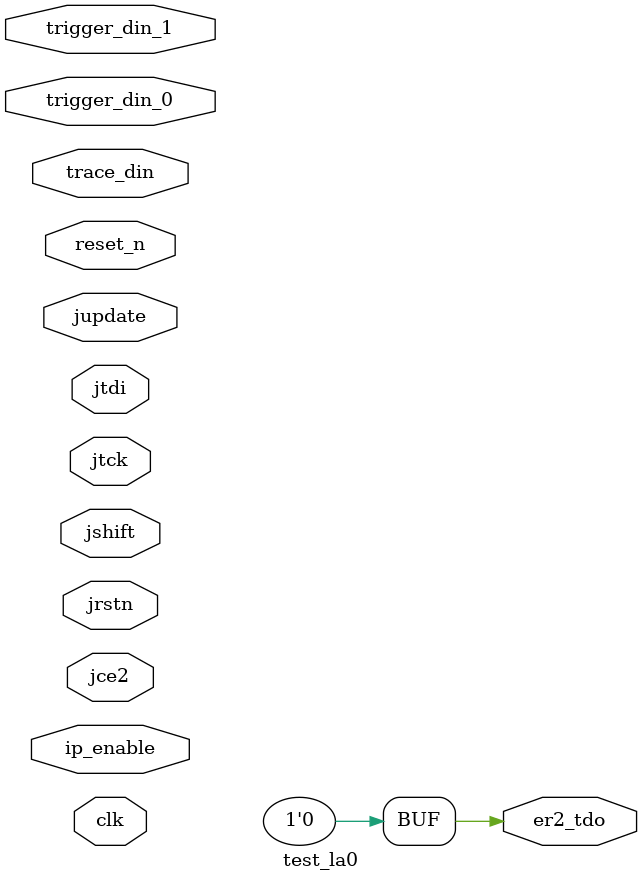
<source format=v>

/* WARNING - Changes to this file should be performed by re-running IPexpress
or modifying the .LPC file and regenerating the core.  Other changes may lead
to inconsistent simulation and/or implemenation results */

module test_la0 (
    clk,
    reset_n,
    jtck,
    jrstn,
    jce2,
    jtdi,
    er2_tdo,
    jshift,
    jupdate,
    trigger_din_0,
    trigger_din_1,
    trace_din,
    ip_enable
);

// PARAMETERS DEFINED BY USER
localparam NUM_TRACE_SIGNALS   = 43;
localparam NUM_TRIGGER_SIGNALS = 2;
localparam INCLUDE_TRIG_DATA   = 0;
localparam NUM_TU_BITS_0       = 1;
localparam NUM_TU_BITS_1       = 1;

input  clk;
input  reset_n;
input  jtck;
input  jrstn;
input  jce2;
input  jtdi;
output er2_tdo;
input  jshift;
input  jupdate;
input  [NUM_TU_BITS_0 -1:0] trigger_din_0;
input  [NUM_TU_BITS_1 -1:0] trigger_din_1;
input  [NUM_TRACE_SIGNALS + (NUM_TRIGGER_SIGNALS * INCLUDE_TRIG_DATA) -1:0] trace_din;
input  ip_enable;

assign er2_tdo = 1'b0;

endmodule

</source>
